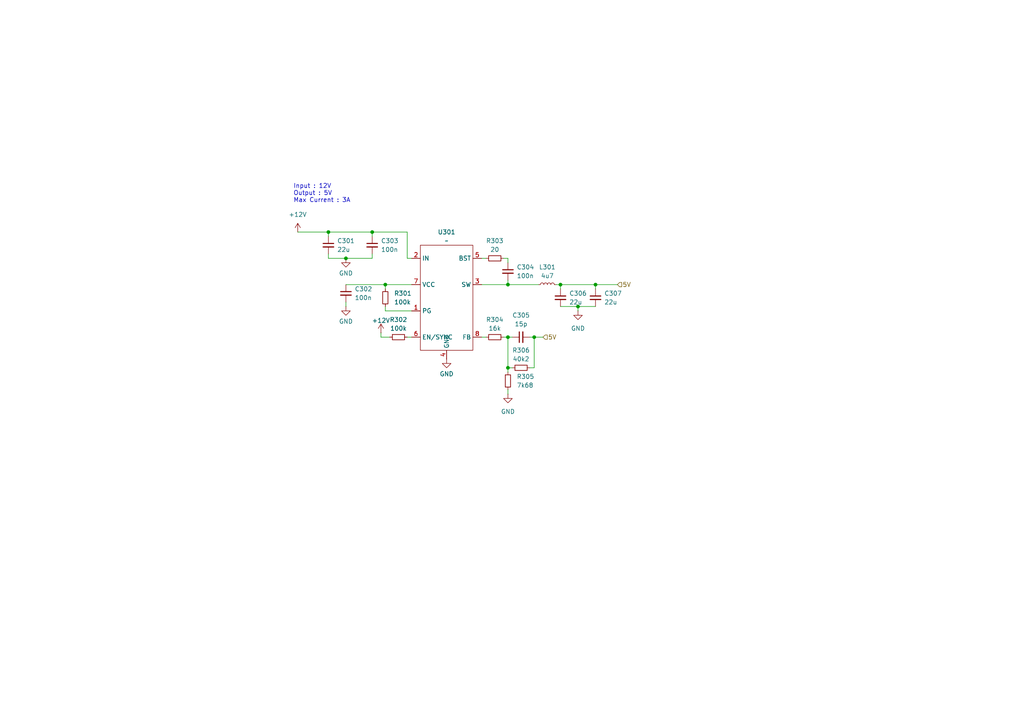
<source format=kicad_sch>
(kicad_sch (version 20231120) (generator "eeschema") (generator_version "8.0")
  (paper "A4")
  (lib_symbols
    (symbol "Device:C_Small" (pin_numbers hide) (pin_names (offset 0.254) hide)
      (property "Reference" "C" (at 0.254 1.778 0))
      (property "Value" "C_Small" (at 0.254 -2.032 0))
      (symbol "C_Small_0_1"
        (polyline (pts (xy -1.524 -0.508) (xy 1.524 -0.508)) (stroke (width 0.3302)))
        (polyline (pts (xy -1.524 0.508) (xy 1.524 0.508)) (stroke (width 0.3048)))
      )
      (symbol "C_Small_1_1"
        (pin passive line (at 0 2.54 270) (length 2.032) (name "~") (number "1"))
        (pin passive line (at 0 -2.54 90) (length 2.032) (name "~") (number "2"))
      )
    )
    (symbol "Device:L_Small" (pin_numbers hide) (pin_names (offset 0.254) hide)
      (property "Reference" "L" (at 0.762 1.016 0))
      (property "Value" "L_Small" (at 0.762 -1.016 0))
      (symbol "L_Small_0_1"
        (arc (start 0 -2.032) (mid 0.5058 -1.524) (end 0 -1.016))
        (arc (start 0 -1.016) (mid 0.5058 -0.508) (end 0 0))
        (arc (start 0 0) (mid 0.5058 0.508) (end 0 1.016))
        (arc (start 0 1.016) (mid 0.5058 1.524) (end 0 2.032))
      )
      (symbol "L_Small_1_1"
        (pin passive line (at 0 2.54 270) (length 0.508) (name "~") (number "1"))
        (pin passive line (at 0 -2.54 90) (length 0.508) (name "~") (number "2"))
      )
    )
    (symbol "Device:R_Small" (pin_numbers hide) (pin_names (offset 0.254) hide)
      (property "Reference" "R" (at 0.762 0.508 0))
      (property "Value" "R_Small" (at 0.762 -1.016 0))
      (symbol "R_Small_0_1"
        (rectangle (start -0.762 1.778) (end 0.762 -1.778) (stroke (width 0.2032)))
      )
      (symbol "R_Small_1_1"
        (pin passive line (at 0 2.54 270) (length 0.762) (name "~") (number "1"))
        (pin passive line (at 0 -2.54 90) (length 0.762) (name "~") (number "2"))
      )
    )
    (symbol "GND_4" (power) (pin_numbers hide) (pin_names (offset 0) hide)
      (property "Value" "GND" (at 0 -3.81 0))
      (symbol "GND_4_0_1"
        (polyline (pts (xy 0 0) (xy 0 -1.27) (xy 1.27 -1.27) (xy 0 -2.54) (xy -1.27 -1.27) (xy 0 -1.27)))
      )
      (symbol "GND_4_1_1"
        (pin power_in line (at 0 0 270) (length 0) (name "~") (number "1"))
      )
    )
    (symbol "GND_5" (power) (pin_numbers hide) (pin_names (offset 0) hide)
      (property "Value" "GND" (at 0 -3.81 0))
      (symbol "GND_5_0_1"
        (polyline (pts (xy 0 0) (xy 0 -1.27) (xy 1.27 -1.27) (xy 0 -2.54) (xy -1.27 -1.27) (xy 0 -1.27)))
      )
      (symbol "GND_5_1_1"
        (pin power_in line (at 0 0 270) (length 0) (name "~") (number "1"))
      )
    )
    (symbol "GND_6" (power) (pin_numbers hide) (pin_names (offset 0) hide)
      (property "Value" "GND" (at 0 -3.81 0))
      (symbol "GND_6_0_1"
        (polyline (pts (xy 0 0) (xy 0 -1.27) (xy 1.27 -1.27) (xy 0 -2.54) (xy -1.27 -1.27) (xy 0 -1.27)))
      )
      (symbol "GND_6_1_1"
        (pin power_in line (at 0 0 270) (length 0) (name "~") (number "1"))
      )
    )
    (symbol "library:MP1475S"
      (property "Reference" "U" (at 0 3.81 0))
      (symbol "MP1475S_0_1"
        (rectangle (start -7.62 13.97) (end 7.62 -16.51))
      )
      (symbol "MP1475S_1_1"
        (pin passive line (at -10.16 -5.08 0) (length 2.54) (name "PG") (number "1"))
        (pin input line (at -10.16 10.16 0) (length 2.54) (name "IN") (number "2"))
        (pin passive line (at 10.16 2.54 180) (length 2.54) (name "SW") (number "3"))
        (pin passive line (at 0 -19.05 90) (length 2.54) (name "GND") (number "4"))
        (pin passive line (at 10.16 10.16 180) (length 2.54) (name "BST") (number "5"))
        (pin passive line (at -10.16 -12.7 0) (length 2.54) (name "EN/SYNC") (number "6"))
        (pin passive line (at -10.16 2.54 0) (length 2.54) (name "VCC") (number "7"))
        (pin passive line (at 10.16 -12.7 180) (length 2.54) (name "FB") (number "8"))
      )
    )
    (symbol "power:+12V" (power) (pin_numbers hide) (pin_names (offset 0) hide)
      (property "Value" "+12V" (at 0 3.556 0))
      (symbol "+12V_0_1"
        (polyline (pts (xy -0.762 1.27) (xy 0 2.54)))
        (polyline (pts (xy 0 0) (xy 0 2.54)))
        (polyline (pts (xy 0 2.54) (xy 0.762 1.27)))
      )
      (symbol "+12V_1_1"
        (pin power_in line (at 0 0 90) (length 0) (name "~") (number "1"))
      )
    )
  )
  (junction (at 167.64 88.9))
  (junction (at 147.32 106.68))
  (junction (at 162.56 82.55))
  (junction (at 147.32 97.79))
  (junction (at 147.32 82.55))
  (junction (at 95.25 67.31))
  (junction (at 100.33 74.93))
  (junction (at 172.72 82.55))
  (junction (at 107.95 67.31))
  (junction (at 154.94 97.79))
  (junction (at 111.76 82.55))
  (wire (pts (xy 95.25 74.93) (xy 95.25 73.66)))
  (wire (pts (xy 139.7 74.93) (xy 140.97 74.93)))
  (wire (pts (xy 111.76 88.9) (xy 111.76 90.17)))
  (wire (pts (xy 111.76 83.82) (xy 111.76 82.55)))
  (wire (pts (xy 111.76 82.55) (xy 119.38 82.55)))
  (wire (pts (xy 147.32 106.68) (xy 147.32 107.95)))
  (wire (pts (xy 95.25 74.93) (xy 100.33 74.93)))
  (wire (pts (xy 110.49 96.52) (xy 110.49 97.79)))
  (wire (pts (xy 147.32 113.03) (xy 147.32 114.3)))
  (wire (pts (xy 172.72 83.82) (xy 172.72 82.55)))
  (wire (pts (xy 118.11 67.31) (xy 118.11 74.93)))
  (wire (pts (xy 153.67 106.68) (xy 154.94 106.68)))
  (wire (pts (xy 167.64 88.9) (xy 167.64 90.17)))
  (wire (pts (xy 86.36 67.31) (xy 95.25 67.31)))
  (wire (pts (xy 172.72 82.55) (xy 179.07 82.55)))
  (wire (pts (xy 147.32 97.79) (xy 147.32 106.68)))
  (wire (pts (xy 139.7 82.55) (xy 147.32 82.55)))
  (wire (pts (xy 119.38 90.17) (xy 111.76 90.17)))
  (wire (pts (xy 172.72 82.55) (xy 162.56 82.55)))
  (wire (pts (xy 107.95 74.93) (xy 107.95 73.66)))
  (wire (pts (xy 154.94 106.68) (xy 154.94 97.79)))
  (wire (pts (xy 110.49 97.79) (xy 113.03 97.79)))
  (wire (pts (xy 147.32 74.93) (xy 147.32 76.2)))
  (wire (pts (xy 162.56 88.9) (xy 167.64 88.9)))
  (wire (pts (xy 95.25 67.31) (xy 107.95 67.31)))
  (wire (pts (xy 95.25 68.58) (xy 95.25 67.31)))
  (wire (pts (xy 118.11 97.79) (xy 119.38 97.79)))
  (wire (pts (xy 162.56 82.55) (xy 162.56 83.82)))
  (wire (pts (xy 147.32 97.79) (xy 148.59 97.79)))
  (wire (pts (xy 139.7 97.79) (xy 140.97 97.79)))
  (wire (pts (xy 147.32 82.55) (xy 156.21 82.55)))
  (wire (pts (xy 107.95 67.31) (xy 107.95 68.58)))
  (wire (pts (xy 148.59 106.68) (xy 147.32 106.68)))
  (wire (pts (xy 154.94 97.79) (xy 157.48 97.79)))
  (wire (pts (xy 167.64 88.9) (xy 172.72 88.9)))
  (wire (pts (xy 161.29 82.55) (xy 162.56 82.55)))
  (wire (pts (xy 153.67 97.79) (xy 154.94 97.79)))
  (wire (pts (xy 118.11 74.93) (xy 119.38 74.93)))
  (wire (pts (xy 100.33 82.55) (xy 111.76 82.55)))
  (wire (pts (xy 100.33 87.63) (xy 100.33 88.9)))
  (wire (pts (xy 118.11 67.31) (xy 107.95 67.31)))
  (wire (pts (xy 146.05 97.79) (xy 147.32 97.79)))
  (wire (pts (xy 146.05 74.93) (xy 147.32 74.93)))
  (wire (pts (xy 100.33 74.93) (xy 107.95 74.93)))
  (wire (pts (xy 147.32 82.55) (xy 147.32 81.28)))
  (text "Input : 12V\nOutput : 5V\nMax Current : 3A" (at 85.09 56.134 0) (effects (font (size 1.27 1.27)) (justify left)))
  (hierarchical_label "5V" (shape input) (at 179.07 82.55 0))
  (hierarchical_label "5V" (shape input) (at 157.48 97.79 0))
  (symbol (lib_id "Device:R_Small") (at 143.51 97.79 90) (unit 1)
    (property "Reference" "R204" (at 143.51 92.71 90))
    (property "Value" "16k" (at 143.51 95.25 90))
    (property "Footprint" "Resistor_SMD:R_0603_1608Metric" (effects (hide yes)))
    (property "Description" "Resistor, small symbol" (effects (hide yes)))
    (instances (project "Projet_Animatronic" (path "" (reference "R304") (unit 1)) (path "" (reference "R204") (unit 1))))
  )
  (symbol (lib_name "GND_6") (lib_id "power:GND") (at 167.64 90.17 0) (unit 1)
    (property "Reference" "#PWR0207" (effects (hide yes)))
    (property "Value" "GND" (at 167.64 95.25 0))
    (property "Description" "Power symbol creates a global label with name \"GND\" , ground" (effects (hide yes)))
    (instances (project "Projet_Animatronic" (path "" (reference "#PWR0307") (unit 1)) (path "" (reference "#PWR0207") (unit 1))))
  )
  (symbol (lib_name "GND_5") (lib_id "power:GND") (at 100.33 74.93 0) (unit 1)
    (property "Reference" "#PWR0202" (effects (hide yes)))
    (property "Value" "GND" (at 100.33 79.248 0))
    (property "Description" "Power symbol creates a global label with name \"GND\" , ground" (effects (hide yes)))
    (instances (project "Projet_Animatronic" (path "" (reference "#PWR0302") (unit 1)) (path "" (reference "#PWR0202") (unit 1))))
  )
  (symbol (lib_name "GND_5") (lib_id "power:GND") (at 129.54 104.14 0) (unit 1)
    (property "Reference" "#PWR0205" (effects (hide yes)))
    (property "Value" "GND" (at 129.54 108.458 0))
    (property "Description" "Power symbol creates a global label with name \"GND\" , ground" (effects (hide yes)))
    (instances (project "Projet_Animatronic" (path "" (reference "#PWR0305") (unit 1)) (path "" (reference "#PWR0205") (unit 1))))
  )
  (symbol (lib_id "Device:R_Small") (at 147.32 110.49 0) (unit 1)
    (property "Reference" "R205" (at 149.86 109.2199 0) (effects (justify left)))
    (property "Value" "7k68" (at 149.86 111.7599 0) (effects (justify left)))
    (property "Footprint" "Resistor_SMD:R_0603_1608Metric" (effects (hide yes)))
    (property "Description" "Resistor, small symbol" (effects (hide yes)))
    (instances (project "Projet_Animatronic" (path "" (reference "R305") (unit 1)) (path "" (reference "R205") (unit 1))))
  )
  (symbol (lib_id "Device:R_Small") (at 143.51 74.93 90) (unit 1)
    (property "Reference" "R203" (at 143.51 69.85 90))
    (property "Value" "20" (at 143.51 72.39 90))
    (property "Footprint" "Resistor_SMD:R_0603_1608Metric" (effects (hide yes)))
    (property "Description" "Resistor, small symbol" (effects (hide yes)))
    (instances (project "Projet_Animatronic" (path "" (reference "R303") (unit 1)) (path "" (reference "R203") (unit 1))))
  )
  (symbol (lib_id "Device:R_Small") (at 151.13 106.68 90) (unit 1)
    (property "Reference" "R206" (at 151.13 101.6 90))
    (property "Value" "40k2" (at 151.13 104.14 90))
    (property "Footprint" "Resistor_SMD:R_0603_1608Metric" (effects (hide yes)))
    (property "Description" "Resistor, small symbol" (effects (hide yes)))
    (instances (project "Projet_Animatronic" (path "" (reference "R306") (unit 1)) (path "" (reference "R206") (unit 1))))
  )
  (symbol (lib_id "power:+12V") (at 86.36 67.31 0) (unit 1)
    (property "Reference" "#PWR0201" (effects (hide yes)))
    (property "Value" "+12V" (at 86.36 62.23 0))
    (property "Description" "Power symbol creates a global label with name \"+12V\"" (effects (hide yes)))
    (instances (project "Projet_Animatronic" (path "" (reference "#PWR0301") (unit 1)) (path "" (reference "#PWR0201") (unit 1))))
  )
  (symbol (lib_id "Device:C_Small") (at 107.95 71.12 0) (unit 1)
    (property "Reference" "C203" (at 110.49 69.8562 0) (effects (justify left)))
    (property "Value" "100n" (at 110.49 72.3962 0) (effects (justify left)))
    (property "Footprint" "Capacitor_SMD:C_0603_1608Metric" (effects (hide yes)))
    (property "Description" "Unpolarized capacitor, small symbol" (effects (hide yes)))
    (instances (project "Projet_Animatronic" (path "" (reference "C303") (unit 1)) (path "" (reference "C203") (unit 1))))
  )
  (symbol (lib_name "GND_5") (lib_id "power:GND") (at 100.33 88.9 0) (unit 1)
    (property "Reference" "#PWR0203" (effects (hide yes)))
    (property "Value" "GND" (at 100.33 93.218 0))
    (property "Description" "Power symbol creates a global label with name \"GND\" , ground" (effects (hide yes)))
    (instances (project "Projet_Animatronic" (path "" (reference "#PWR0303") (unit 1)) (path "" (reference "#PWR0203") (unit 1))))
  )
  (symbol (lib_id "power:+12V") (at 110.49 96.52 0) (unit 1)
    (property "Reference" "#PWR0204" (effects (hide yes)))
    (property "Value" "+12V" (at 110.49 92.964 0))
    (property "Description" "Power symbol creates a global label with name \"+12V\"" (effects (hide yes)))
    (instances (project "Projet_Animatronic" (path "" (reference "#PWR0304") (unit 1)) (path "" (reference "#PWR0204") (unit 1))))
  )
  (symbol (lib_id "Device:C_Small") (at 151.13 97.79 90) (unit 1)
    (property "Reference" "C205" (at 151.1363 91.44 90))
    (property "Value" "15p" (at 151.1363 93.98 90))
    (property "Footprint" "Capacitor_SMD:C_0603_1608Metric" (effects (hide yes)))
    (property "Description" "Unpolarized capacitor, small symbol" (effects (hide yes)))
    (instances (project "Projet_Animatronic" (path "" (reference "C305") (unit 1)) (path "" (reference "C205") (unit 1))))
  )
  (symbol (lib_id "Device:C_Small") (at 162.56 86.36 0) (unit 1)
    (property "Reference" "C206" (at 165.1 85.0962 0) (effects (justify left)))
    (property "Value" "22u" (at 165.1 87.6362 0) (effects (justify left)))
    (property "Footprint" "Capacitor_SMD:C_0603_1608Metric" (effects (hide yes)))
    (property "Description" "Unpolarized capacitor, small symbol" (effects (hide yes)))
    (instances (project "Projet_Animatronic" (path "" (reference "C306") (unit 1)) (path "" (reference "C206") (unit 1))))
  )
  (symbol (lib_id "Device:R_Small") (at 111.76 86.36 180) (unit 1)
    (property "Reference" "R201" (at 114.3 85.0899 0) (effects (justify right)))
    (property "Value" "100k" (at 114.3 87.6299 0) (effects (justify right)))
    (property "Footprint" "Resistor_SMD:R_0603_1608Metric" (effects (hide yes)))
    (property "Description" "Resistor, small symbol" (effects (hide yes)))
    (instances (project "Projet_Animatronic" (path "" (reference "R301") (unit 1)) (path "" (reference "R201") (unit 1))))
  )
  (symbol (lib_id "Device:L_Small") (at 158.75 82.55 90) (unit 1)
    (property "Reference" "L201" (at 158.75 77.47 90))
    (property "Value" "4u7" (at 158.75 80.01 90))
    (property "Footprint" "Llibrary:74404052047" (effects (hide yes)))
    (property "Datasheet" "https://www.we-online.com/components/products/datasheet/74404052047.pdf" (effects (hide yes)))
    (property "Description" "Inductor, small symbol" (effects (hide yes)))
    (property "MPN" "74404052047" (effects (hide yes)))
    (instances (project "Projet_Animatronic" (path "" (reference "L301") (unit 1)) (path "" (reference "L201") (unit 1))))
  )
  (symbol (lib_id "library:MP1475S") (at 129.54 85.09 0) (unit 1)
    (property "Reference" "U201" (at 129.54 67.31 0))
    (property "Value" "~" (at 129.54 69.85 0))
    (property "Footprint" "Package_TO_SOT_SMD:TSOT-23-8" (effects (hide yes)))
    (instances (project "Projet_Animatronic" (path "" (reference "U301") (unit 1)) (path "" (reference "U201") (unit 1))))
  )
  (symbol (lib_id "Device:C_Small") (at 172.72 86.36 0) (unit 1)
    (property "Reference" "C207" (at 175.26 85.0962 0) (effects (justify left)))
    (property "Value" "22u" (at 175.26 87.6362 0) (effects (justify left)))
    (property "Footprint" "Capacitor_SMD:C_0805_2012Metric" (effects (hide yes)))
    (property "Description" "Unpolarized capacitor, small symbol" (effects (hide yes)))
    (instances (project "Projet_Animatronic" (path "" (reference "C307") (unit 1)) (path "" (reference "C207") (unit 1))))
  )
  (symbol (lib_id "Device:R_Small") (at 115.57 97.79 90) (unit 1)
    (property "Reference" "R202" (at 115.57 92.71 90))
    (property "Value" "100k" (at 115.57 95.25 90))
    (property "Footprint" "Resistor_SMD:R_0603_1608Metric" (effects (hide yes)))
    (property "Description" "Resistor, small symbol" (effects (hide yes)))
    (instances (project "Projet_Animatronic" (path "" (reference "R302") (unit 1)) (path "" (reference "R202") (unit 1))))
  )
  (symbol (lib_id "Device:C_Small") (at 147.32 78.74 0) (unit 1)
    (property "Reference" "C204" (at 149.86 77.4762 0) (effects (justify left)))
    (property "Value" "100n" (at 149.86 80.0162 0) (effects (justify left)))
    (property "Footprint" "Capacitor_SMD:C_0603_1608Metric" (effects (hide yes)))
    (property "Description" "Unpolarized capacitor, small symbol" (effects (hide yes)))
    (instances (project "Projet_Animatronic" (path "" (reference "C304") (unit 1)) (path "" (reference "C204") (unit 1))))
  )
  (symbol (lib_id "Device:C_Small") (at 95.25 71.12 0) (unit 1)
    (property "Reference" "C201" (at 97.79 69.8562 0) (effects (justify left)))
    (property "Value" "22u" (at 97.79 72.3962 0) (effects (justify left)))
    (property "Footprint" "Capacitor_SMD:C_0805_2012Metric" (effects (hide yes)))
    (property "Description" "Unpolarized capacitor, small symbol" (effects (hide yes)))
    (instances (project "Projet_Animatronic" (path "" (reference "C301") (unit 1)) (path "" (reference "C201") (unit 1))))
  )
  (symbol (lib_name "GND_4") (lib_id "power:GND") (at 147.32 114.3 0) (unit 1)
    (property "Reference" "#PWR0206" (effects (hide yes)))
    (property "Value" "GND" (at 147.32 119.38 0))
    (property "Description" "Power symbol creates a global label with name \"GND\" , ground" (effects (hide yes)))
    (instances (project "Projet_Animatronic" (path "" (reference "#PWR0306") (unit 1)) (path "" (reference "#PWR0206") (unit 1))))
  )
  (symbol (lib_id "Device:C_Small") (at 100.33 85.09 0) (unit 1)
    (property "Reference" "C202" (at 102.87 83.8262 0) (effects (justify left)))
    (property "Value" "100n" (at 102.87 86.3662 0) (effects (justify left)))
    (property "Footprint" "Capacitor_SMD:C_0603_1608Metric" (effects (hide yes)))
    (property "Description" "Unpolarized capacitor, small symbol" (effects (hide yes)))
    (instances (project "Projet_Animatronic" (path "" (reference "C302") (unit 1)) (path "" (reference "C202") (unit 1))))
  )
)
</source>
